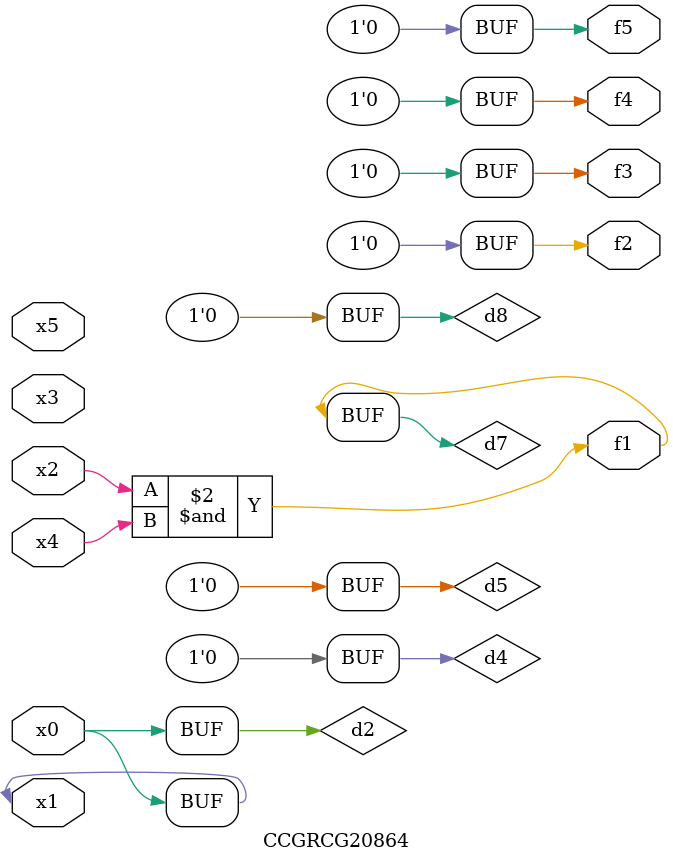
<source format=v>
module CCGRCG20864(
	input x0, x1, x2, x3, x4, x5,
	output f1, f2, f3, f4, f5
);

	wire d1, d2, d3, d4, d5, d6, d7, d8, d9;

	nand (d1, x1);
	buf (d2, x0, x1);
	nand (d3, x2, x4);
	and (d4, d1, d2);
	and (d5, d1, d2);
	nand (d6, d1, d3);
	not (d7, d3);
	xor (d8, d5);
	nor (d9, d5, d6);
	assign f1 = d7;
	assign f2 = d8;
	assign f3 = d8;
	assign f4 = d8;
	assign f5 = d8;
endmodule

</source>
